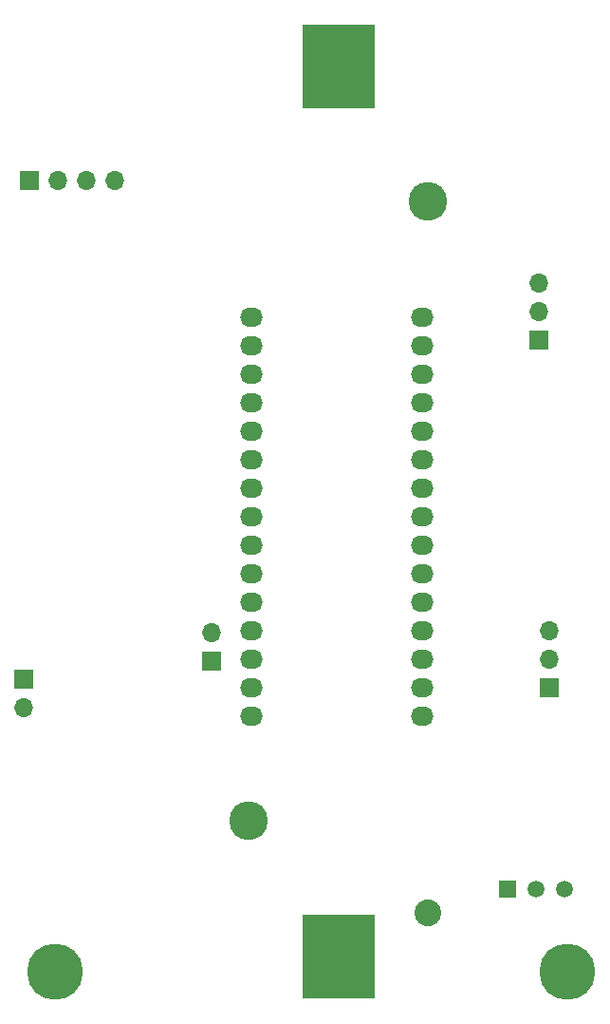
<source format=gbr>
G04 #@! TF.FileFunction,Soldermask,Bot*
%FSLAX46Y46*%
G04 Gerber Fmt 4.6, Leading zero omitted, Abs format (unit mm)*
G04 Created by KiCad (PCBNEW 4.0.6) date 04/05/18 00:59:02*
%MOMM*%
%LPD*%
G01*
G04 APERTURE LIST*
%ADD10C,0.100000*%
%ADD11C,5.000000*%
%ADD12R,6.470000X7.460000*%
%ADD13C,2.390000*%
%ADD14C,3.450000*%
%ADD15O,2.032000X1.727200*%
%ADD16R,1.700000X1.700000*%
%ADD17O,1.700000X1.700000*%
%ADD18C,1.520000*%
%ADD19R,1.520000X1.520000*%
G04 APERTURE END LIST*
D10*
D11*
X167640000Y-129540000D03*
D12*
X147193000Y-48849000D03*
X147193000Y-128189000D03*
D13*
X155193000Y-124339000D03*
D14*
X155193000Y-60919000D03*
X139193000Y-116119000D03*
D15*
X139446000Y-71247000D03*
X139446000Y-73787000D03*
X139446000Y-76327000D03*
X139446000Y-78867000D03*
X139446000Y-81407000D03*
X139446000Y-83947000D03*
X139446000Y-86487000D03*
X139446000Y-89027000D03*
X139446000Y-91567000D03*
X139446000Y-94107000D03*
X139446000Y-96647000D03*
X139446000Y-99187000D03*
X139446000Y-101727000D03*
X139446000Y-104267000D03*
X139446000Y-106807000D03*
X154686000Y-71247000D03*
X154686000Y-73787000D03*
X154686000Y-76327000D03*
X154686000Y-78867000D03*
X154686000Y-81407000D03*
X154686000Y-83947000D03*
X154686000Y-86487000D03*
X154686000Y-89027000D03*
X154686000Y-91567000D03*
X154686000Y-94107000D03*
X154686000Y-96647000D03*
X154686000Y-99187000D03*
X154686000Y-101727000D03*
X154686000Y-104267000D03*
X154686000Y-106807000D03*
D16*
X119126000Y-103505000D03*
D17*
X119126000Y-106045000D03*
D16*
X119634000Y-59055000D03*
D17*
X122174000Y-59055000D03*
X124714000Y-59055000D03*
X127254000Y-59055000D03*
D16*
X165100000Y-73279000D03*
D17*
X165100000Y-70739000D03*
X165100000Y-68199000D03*
D16*
X135890000Y-101854000D03*
D17*
X135890000Y-99314000D03*
D18*
X164846000Y-122174000D03*
X167386000Y-122174000D03*
D19*
X162306000Y-122174000D03*
D11*
X121920000Y-129540000D03*
D16*
X165989000Y-104267000D03*
D17*
X165989000Y-101727000D03*
X165989000Y-99187000D03*
M02*

</source>
